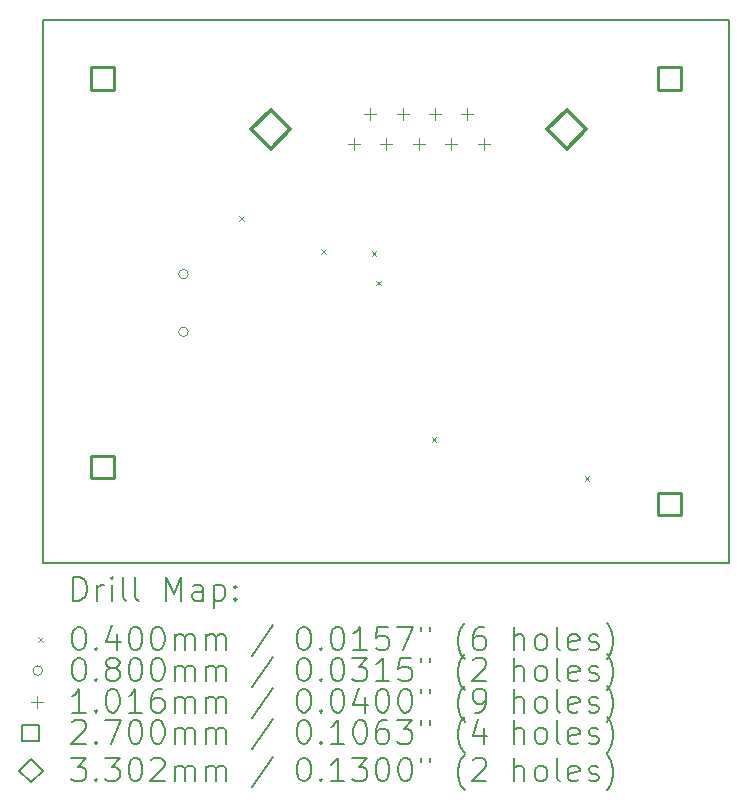
<source format=gbr>
%TF.GenerationSoftware,KiCad,Pcbnew,8.0.6*%
%TF.CreationDate,2025-01-13T19:20:47-05:00*%
%TF.ProjectId,yy_CAN_board,79795f43-414e-45f6-926f-6172642e6b69,1.0*%
%TF.SameCoordinates,Original*%
%TF.FileFunction,Drillmap*%
%TF.FilePolarity,Positive*%
%FSLAX45Y45*%
G04 Gerber Fmt 4.5, Leading zero omitted, Abs format (unit mm)*
G04 Created by KiCad (PCBNEW 8.0.6) date 2025-01-13 19:20:47*
%MOMM*%
%LPD*%
G01*
G04 APERTURE LIST*
%ADD10C,0.150000*%
%ADD11C,0.200000*%
%ADD12C,0.100000*%
%ADD13C,0.101600*%
%ADD14C,0.270000*%
%ADD15C,0.330200*%
G04 APERTURE END LIST*
D10*
X11200000Y-13300000D02*
X17000000Y-13300000D01*
X11200000Y-13300000D02*
X11200000Y-8700000D01*
X17000000Y-13300000D02*
X17000000Y-8700000D01*
X11200000Y-8700000D02*
X17000000Y-8700000D01*
D11*
D12*
X12858080Y-10366350D02*
X12898080Y-10406350D01*
X12898080Y-10366350D02*
X12858080Y-10406350D01*
X13552960Y-10641540D02*
X13592960Y-10681540D01*
X13592960Y-10641540D02*
X13552960Y-10681540D01*
X13977960Y-10659540D02*
X14017960Y-10699540D01*
X14017960Y-10659540D02*
X13977960Y-10699540D01*
X14013940Y-10911270D02*
X14053940Y-10951270D01*
X14053940Y-10911270D02*
X14013940Y-10951270D01*
X14486960Y-12232540D02*
X14526960Y-12272540D01*
X14526960Y-12232540D02*
X14486960Y-12272540D01*
X15780960Y-12565540D02*
X15820960Y-12605540D01*
X15820960Y-12565540D02*
X15780960Y-12605540D01*
X12424860Y-10855940D02*
G75*
G02*
X12344860Y-10855940I-40000J0D01*
G01*
X12344860Y-10855940D02*
G75*
G02*
X12424860Y-10855940I40000J0D01*
G01*
X12424860Y-11343940D02*
G75*
G02*
X12344860Y-11343940I-40000J0D01*
G01*
X12344860Y-11343940D02*
G75*
G02*
X12424860Y-11343940I40000J0D01*
G01*
D13*
X13829320Y-9706200D02*
X13829320Y-9807800D01*
X13778520Y-9757000D02*
X13880120Y-9757000D01*
X13966480Y-9452200D02*
X13966480Y-9553800D01*
X13915680Y-9503000D02*
X14017280Y-9503000D01*
X14103640Y-9706200D02*
X14103640Y-9807800D01*
X14052840Y-9757000D02*
X14154440Y-9757000D01*
X14240800Y-9452200D02*
X14240800Y-9553800D01*
X14190000Y-9503000D02*
X14291600Y-9503000D01*
X14377960Y-9706200D02*
X14377960Y-9807800D01*
X14327160Y-9757000D02*
X14428760Y-9757000D01*
X14515120Y-9452200D02*
X14515120Y-9553800D01*
X14464320Y-9503000D02*
X14565920Y-9503000D01*
X14652280Y-9706200D02*
X14652280Y-9807800D01*
X14601480Y-9757000D02*
X14703080Y-9757000D01*
X14789440Y-9452200D02*
X14789440Y-9553800D01*
X14738640Y-9503000D02*
X14840240Y-9503000D01*
X14926600Y-9706200D02*
X14926600Y-9807800D01*
X14875800Y-9757000D02*
X14977400Y-9757000D01*
D14*
X11795460Y-9295460D02*
X11795460Y-9104540D01*
X11604540Y-9104540D01*
X11604540Y-9295460D01*
X11795460Y-9295460D01*
X11795460Y-12583140D02*
X11795460Y-12392220D01*
X11604540Y-12392220D01*
X11604540Y-12583140D01*
X11795460Y-12583140D01*
X16595460Y-9295460D02*
X16595460Y-9104540D01*
X16404540Y-9104540D01*
X16404540Y-9295460D01*
X16595460Y-9295460D01*
X16595460Y-12895460D02*
X16595460Y-12704540D01*
X16404540Y-12704540D01*
X16404540Y-12895460D01*
X16595460Y-12895460D01*
D15*
X13125740Y-9795100D02*
X13290840Y-9630000D01*
X13125740Y-9464900D01*
X12960640Y-9630000D01*
X13125740Y-9795100D01*
X15630180Y-9795100D02*
X15795280Y-9630000D01*
X15630180Y-9464900D01*
X15465080Y-9630000D01*
X15630180Y-9795100D01*
D11*
X11453277Y-13618984D02*
X11453277Y-13418984D01*
X11453277Y-13418984D02*
X11500896Y-13418984D01*
X11500896Y-13418984D02*
X11529467Y-13428508D01*
X11529467Y-13428508D02*
X11548515Y-13447555D01*
X11548515Y-13447555D02*
X11558039Y-13466603D01*
X11558039Y-13466603D02*
X11567562Y-13504698D01*
X11567562Y-13504698D02*
X11567562Y-13533269D01*
X11567562Y-13533269D02*
X11558039Y-13571365D01*
X11558039Y-13571365D02*
X11548515Y-13590412D01*
X11548515Y-13590412D02*
X11529467Y-13609460D01*
X11529467Y-13609460D02*
X11500896Y-13618984D01*
X11500896Y-13618984D02*
X11453277Y-13618984D01*
X11653277Y-13618984D02*
X11653277Y-13485650D01*
X11653277Y-13523746D02*
X11662801Y-13504698D01*
X11662801Y-13504698D02*
X11672324Y-13495174D01*
X11672324Y-13495174D02*
X11691372Y-13485650D01*
X11691372Y-13485650D02*
X11710420Y-13485650D01*
X11777086Y-13618984D02*
X11777086Y-13485650D01*
X11777086Y-13418984D02*
X11767562Y-13428508D01*
X11767562Y-13428508D02*
X11777086Y-13438031D01*
X11777086Y-13438031D02*
X11786610Y-13428508D01*
X11786610Y-13428508D02*
X11777086Y-13418984D01*
X11777086Y-13418984D02*
X11777086Y-13438031D01*
X11900896Y-13618984D02*
X11881848Y-13609460D01*
X11881848Y-13609460D02*
X11872324Y-13590412D01*
X11872324Y-13590412D02*
X11872324Y-13418984D01*
X12005658Y-13618984D02*
X11986610Y-13609460D01*
X11986610Y-13609460D02*
X11977086Y-13590412D01*
X11977086Y-13590412D02*
X11977086Y-13418984D01*
X12234229Y-13618984D02*
X12234229Y-13418984D01*
X12234229Y-13418984D02*
X12300896Y-13561841D01*
X12300896Y-13561841D02*
X12367562Y-13418984D01*
X12367562Y-13418984D02*
X12367562Y-13618984D01*
X12548515Y-13618984D02*
X12548515Y-13514222D01*
X12548515Y-13514222D02*
X12538991Y-13495174D01*
X12538991Y-13495174D02*
X12519943Y-13485650D01*
X12519943Y-13485650D02*
X12481848Y-13485650D01*
X12481848Y-13485650D02*
X12462801Y-13495174D01*
X12548515Y-13609460D02*
X12529467Y-13618984D01*
X12529467Y-13618984D02*
X12481848Y-13618984D01*
X12481848Y-13618984D02*
X12462801Y-13609460D01*
X12462801Y-13609460D02*
X12453277Y-13590412D01*
X12453277Y-13590412D02*
X12453277Y-13571365D01*
X12453277Y-13571365D02*
X12462801Y-13552317D01*
X12462801Y-13552317D02*
X12481848Y-13542793D01*
X12481848Y-13542793D02*
X12529467Y-13542793D01*
X12529467Y-13542793D02*
X12548515Y-13533269D01*
X12643753Y-13485650D02*
X12643753Y-13685650D01*
X12643753Y-13495174D02*
X12662801Y-13485650D01*
X12662801Y-13485650D02*
X12700896Y-13485650D01*
X12700896Y-13485650D02*
X12719943Y-13495174D01*
X12719943Y-13495174D02*
X12729467Y-13504698D01*
X12729467Y-13504698D02*
X12738991Y-13523746D01*
X12738991Y-13523746D02*
X12738991Y-13580888D01*
X12738991Y-13580888D02*
X12729467Y-13599936D01*
X12729467Y-13599936D02*
X12719943Y-13609460D01*
X12719943Y-13609460D02*
X12700896Y-13618984D01*
X12700896Y-13618984D02*
X12662801Y-13618984D01*
X12662801Y-13618984D02*
X12643753Y-13609460D01*
X12824705Y-13599936D02*
X12834229Y-13609460D01*
X12834229Y-13609460D02*
X12824705Y-13618984D01*
X12824705Y-13618984D02*
X12815182Y-13609460D01*
X12815182Y-13609460D02*
X12824705Y-13599936D01*
X12824705Y-13599936D02*
X12824705Y-13618984D01*
X12824705Y-13495174D02*
X12834229Y-13504698D01*
X12834229Y-13504698D02*
X12824705Y-13514222D01*
X12824705Y-13514222D02*
X12815182Y-13504698D01*
X12815182Y-13504698D02*
X12824705Y-13495174D01*
X12824705Y-13495174D02*
X12824705Y-13514222D01*
D12*
X11152500Y-13927500D02*
X11192500Y-13967500D01*
X11192500Y-13927500D02*
X11152500Y-13967500D01*
D11*
X11491372Y-13838984D02*
X11510420Y-13838984D01*
X11510420Y-13838984D02*
X11529467Y-13848508D01*
X11529467Y-13848508D02*
X11538991Y-13858031D01*
X11538991Y-13858031D02*
X11548515Y-13877079D01*
X11548515Y-13877079D02*
X11558039Y-13915174D01*
X11558039Y-13915174D02*
X11558039Y-13962793D01*
X11558039Y-13962793D02*
X11548515Y-14000888D01*
X11548515Y-14000888D02*
X11538991Y-14019936D01*
X11538991Y-14019936D02*
X11529467Y-14029460D01*
X11529467Y-14029460D02*
X11510420Y-14038984D01*
X11510420Y-14038984D02*
X11491372Y-14038984D01*
X11491372Y-14038984D02*
X11472324Y-14029460D01*
X11472324Y-14029460D02*
X11462801Y-14019936D01*
X11462801Y-14019936D02*
X11453277Y-14000888D01*
X11453277Y-14000888D02*
X11443753Y-13962793D01*
X11443753Y-13962793D02*
X11443753Y-13915174D01*
X11443753Y-13915174D02*
X11453277Y-13877079D01*
X11453277Y-13877079D02*
X11462801Y-13858031D01*
X11462801Y-13858031D02*
X11472324Y-13848508D01*
X11472324Y-13848508D02*
X11491372Y-13838984D01*
X11643753Y-14019936D02*
X11653277Y-14029460D01*
X11653277Y-14029460D02*
X11643753Y-14038984D01*
X11643753Y-14038984D02*
X11634229Y-14029460D01*
X11634229Y-14029460D02*
X11643753Y-14019936D01*
X11643753Y-14019936D02*
X11643753Y-14038984D01*
X11824705Y-13905650D02*
X11824705Y-14038984D01*
X11777086Y-13829460D02*
X11729467Y-13972317D01*
X11729467Y-13972317D02*
X11853277Y-13972317D01*
X11967562Y-13838984D02*
X11986610Y-13838984D01*
X11986610Y-13838984D02*
X12005658Y-13848508D01*
X12005658Y-13848508D02*
X12015182Y-13858031D01*
X12015182Y-13858031D02*
X12024705Y-13877079D01*
X12024705Y-13877079D02*
X12034229Y-13915174D01*
X12034229Y-13915174D02*
X12034229Y-13962793D01*
X12034229Y-13962793D02*
X12024705Y-14000888D01*
X12024705Y-14000888D02*
X12015182Y-14019936D01*
X12015182Y-14019936D02*
X12005658Y-14029460D01*
X12005658Y-14029460D02*
X11986610Y-14038984D01*
X11986610Y-14038984D02*
X11967562Y-14038984D01*
X11967562Y-14038984D02*
X11948515Y-14029460D01*
X11948515Y-14029460D02*
X11938991Y-14019936D01*
X11938991Y-14019936D02*
X11929467Y-14000888D01*
X11929467Y-14000888D02*
X11919943Y-13962793D01*
X11919943Y-13962793D02*
X11919943Y-13915174D01*
X11919943Y-13915174D02*
X11929467Y-13877079D01*
X11929467Y-13877079D02*
X11938991Y-13858031D01*
X11938991Y-13858031D02*
X11948515Y-13848508D01*
X11948515Y-13848508D02*
X11967562Y-13838984D01*
X12158039Y-13838984D02*
X12177086Y-13838984D01*
X12177086Y-13838984D02*
X12196134Y-13848508D01*
X12196134Y-13848508D02*
X12205658Y-13858031D01*
X12205658Y-13858031D02*
X12215182Y-13877079D01*
X12215182Y-13877079D02*
X12224705Y-13915174D01*
X12224705Y-13915174D02*
X12224705Y-13962793D01*
X12224705Y-13962793D02*
X12215182Y-14000888D01*
X12215182Y-14000888D02*
X12205658Y-14019936D01*
X12205658Y-14019936D02*
X12196134Y-14029460D01*
X12196134Y-14029460D02*
X12177086Y-14038984D01*
X12177086Y-14038984D02*
X12158039Y-14038984D01*
X12158039Y-14038984D02*
X12138991Y-14029460D01*
X12138991Y-14029460D02*
X12129467Y-14019936D01*
X12129467Y-14019936D02*
X12119943Y-14000888D01*
X12119943Y-14000888D02*
X12110420Y-13962793D01*
X12110420Y-13962793D02*
X12110420Y-13915174D01*
X12110420Y-13915174D02*
X12119943Y-13877079D01*
X12119943Y-13877079D02*
X12129467Y-13858031D01*
X12129467Y-13858031D02*
X12138991Y-13848508D01*
X12138991Y-13848508D02*
X12158039Y-13838984D01*
X12310420Y-14038984D02*
X12310420Y-13905650D01*
X12310420Y-13924698D02*
X12319943Y-13915174D01*
X12319943Y-13915174D02*
X12338991Y-13905650D01*
X12338991Y-13905650D02*
X12367563Y-13905650D01*
X12367563Y-13905650D02*
X12386610Y-13915174D01*
X12386610Y-13915174D02*
X12396134Y-13934222D01*
X12396134Y-13934222D02*
X12396134Y-14038984D01*
X12396134Y-13934222D02*
X12405658Y-13915174D01*
X12405658Y-13915174D02*
X12424705Y-13905650D01*
X12424705Y-13905650D02*
X12453277Y-13905650D01*
X12453277Y-13905650D02*
X12472324Y-13915174D01*
X12472324Y-13915174D02*
X12481848Y-13934222D01*
X12481848Y-13934222D02*
X12481848Y-14038984D01*
X12577086Y-14038984D02*
X12577086Y-13905650D01*
X12577086Y-13924698D02*
X12586610Y-13915174D01*
X12586610Y-13915174D02*
X12605658Y-13905650D01*
X12605658Y-13905650D02*
X12634229Y-13905650D01*
X12634229Y-13905650D02*
X12653277Y-13915174D01*
X12653277Y-13915174D02*
X12662801Y-13934222D01*
X12662801Y-13934222D02*
X12662801Y-14038984D01*
X12662801Y-13934222D02*
X12672324Y-13915174D01*
X12672324Y-13915174D02*
X12691372Y-13905650D01*
X12691372Y-13905650D02*
X12719943Y-13905650D01*
X12719943Y-13905650D02*
X12738991Y-13915174D01*
X12738991Y-13915174D02*
X12748515Y-13934222D01*
X12748515Y-13934222D02*
X12748515Y-14038984D01*
X13138991Y-13829460D02*
X12967563Y-14086603D01*
X13396134Y-13838984D02*
X13415182Y-13838984D01*
X13415182Y-13838984D02*
X13434229Y-13848508D01*
X13434229Y-13848508D02*
X13443753Y-13858031D01*
X13443753Y-13858031D02*
X13453277Y-13877079D01*
X13453277Y-13877079D02*
X13462801Y-13915174D01*
X13462801Y-13915174D02*
X13462801Y-13962793D01*
X13462801Y-13962793D02*
X13453277Y-14000888D01*
X13453277Y-14000888D02*
X13443753Y-14019936D01*
X13443753Y-14019936D02*
X13434229Y-14029460D01*
X13434229Y-14029460D02*
X13415182Y-14038984D01*
X13415182Y-14038984D02*
X13396134Y-14038984D01*
X13396134Y-14038984D02*
X13377086Y-14029460D01*
X13377086Y-14029460D02*
X13367563Y-14019936D01*
X13367563Y-14019936D02*
X13358039Y-14000888D01*
X13358039Y-14000888D02*
X13348515Y-13962793D01*
X13348515Y-13962793D02*
X13348515Y-13915174D01*
X13348515Y-13915174D02*
X13358039Y-13877079D01*
X13358039Y-13877079D02*
X13367563Y-13858031D01*
X13367563Y-13858031D02*
X13377086Y-13848508D01*
X13377086Y-13848508D02*
X13396134Y-13838984D01*
X13548515Y-14019936D02*
X13558039Y-14029460D01*
X13558039Y-14029460D02*
X13548515Y-14038984D01*
X13548515Y-14038984D02*
X13538991Y-14029460D01*
X13538991Y-14029460D02*
X13548515Y-14019936D01*
X13548515Y-14019936D02*
X13548515Y-14038984D01*
X13681848Y-13838984D02*
X13700896Y-13838984D01*
X13700896Y-13838984D02*
X13719944Y-13848508D01*
X13719944Y-13848508D02*
X13729467Y-13858031D01*
X13729467Y-13858031D02*
X13738991Y-13877079D01*
X13738991Y-13877079D02*
X13748515Y-13915174D01*
X13748515Y-13915174D02*
X13748515Y-13962793D01*
X13748515Y-13962793D02*
X13738991Y-14000888D01*
X13738991Y-14000888D02*
X13729467Y-14019936D01*
X13729467Y-14019936D02*
X13719944Y-14029460D01*
X13719944Y-14029460D02*
X13700896Y-14038984D01*
X13700896Y-14038984D02*
X13681848Y-14038984D01*
X13681848Y-14038984D02*
X13662801Y-14029460D01*
X13662801Y-14029460D02*
X13653277Y-14019936D01*
X13653277Y-14019936D02*
X13643753Y-14000888D01*
X13643753Y-14000888D02*
X13634229Y-13962793D01*
X13634229Y-13962793D02*
X13634229Y-13915174D01*
X13634229Y-13915174D02*
X13643753Y-13877079D01*
X13643753Y-13877079D02*
X13653277Y-13858031D01*
X13653277Y-13858031D02*
X13662801Y-13848508D01*
X13662801Y-13848508D02*
X13681848Y-13838984D01*
X13938991Y-14038984D02*
X13824706Y-14038984D01*
X13881848Y-14038984D02*
X13881848Y-13838984D01*
X13881848Y-13838984D02*
X13862801Y-13867555D01*
X13862801Y-13867555D02*
X13843753Y-13886603D01*
X13843753Y-13886603D02*
X13824706Y-13896127D01*
X14119944Y-13838984D02*
X14024706Y-13838984D01*
X14024706Y-13838984D02*
X14015182Y-13934222D01*
X14015182Y-13934222D02*
X14024706Y-13924698D01*
X14024706Y-13924698D02*
X14043753Y-13915174D01*
X14043753Y-13915174D02*
X14091372Y-13915174D01*
X14091372Y-13915174D02*
X14110420Y-13924698D01*
X14110420Y-13924698D02*
X14119944Y-13934222D01*
X14119944Y-13934222D02*
X14129467Y-13953269D01*
X14129467Y-13953269D02*
X14129467Y-14000888D01*
X14129467Y-14000888D02*
X14119944Y-14019936D01*
X14119944Y-14019936D02*
X14110420Y-14029460D01*
X14110420Y-14029460D02*
X14091372Y-14038984D01*
X14091372Y-14038984D02*
X14043753Y-14038984D01*
X14043753Y-14038984D02*
X14024706Y-14029460D01*
X14024706Y-14029460D02*
X14015182Y-14019936D01*
X14196134Y-13838984D02*
X14329467Y-13838984D01*
X14329467Y-13838984D02*
X14243753Y-14038984D01*
X14396134Y-13838984D02*
X14396134Y-13877079D01*
X14472325Y-13838984D02*
X14472325Y-13877079D01*
X14767563Y-14115174D02*
X14758039Y-14105650D01*
X14758039Y-14105650D02*
X14738991Y-14077079D01*
X14738991Y-14077079D02*
X14729468Y-14058031D01*
X14729468Y-14058031D02*
X14719944Y-14029460D01*
X14719944Y-14029460D02*
X14710420Y-13981841D01*
X14710420Y-13981841D02*
X14710420Y-13943746D01*
X14710420Y-13943746D02*
X14719944Y-13896127D01*
X14719944Y-13896127D02*
X14729468Y-13867555D01*
X14729468Y-13867555D02*
X14738991Y-13848508D01*
X14738991Y-13848508D02*
X14758039Y-13819936D01*
X14758039Y-13819936D02*
X14767563Y-13810412D01*
X14929468Y-13838984D02*
X14891372Y-13838984D01*
X14891372Y-13838984D02*
X14872325Y-13848508D01*
X14872325Y-13848508D02*
X14862801Y-13858031D01*
X14862801Y-13858031D02*
X14843753Y-13886603D01*
X14843753Y-13886603D02*
X14834229Y-13924698D01*
X14834229Y-13924698D02*
X14834229Y-14000888D01*
X14834229Y-14000888D02*
X14843753Y-14019936D01*
X14843753Y-14019936D02*
X14853277Y-14029460D01*
X14853277Y-14029460D02*
X14872325Y-14038984D01*
X14872325Y-14038984D02*
X14910420Y-14038984D01*
X14910420Y-14038984D02*
X14929468Y-14029460D01*
X14929468Y-14029460D02*
X14938991Y-14019936D01*
X14938991Y-14019936D02*
X14948515Y-14000888D01*
X14948515Y-14000888D02*
X14948515Y-13953269D01*
X14948515Y-13953269D02*
X14938991Y-13934222D01*
X14938991Y-13934222D02*
X14929468Y-13924698D01*
X14929468Y-13924698D02*
X14910420Y-13915174D01*
X14910420Y-13915174D02*
X14872325Y-13915174D01*
X14872325Y-13915174D02*
X14853277Y-13924698D01*
X14853277Y-13924698D02*
X14843753Y-13934222D01*
X14843753Y-13934222D02*
X14834229Y-13953269D01*
X15186610Y-14038984D02*
X15186610Y-13838984D01*
X15272325Y-14038984D02*
X15272325Y-13934222D01*
X15272325Y-13934222D02*
X15262801Y-13915174D01*
X15262801Y-13915174D02*
X15243753Y-13905650D01*
X15243753Y-13905650D02*
X15215182Y-13905650D01*
X15215182Y-13905650D02*
X15196134Y-13915174D01*
X15196134Y-13915174D02*
X15186610Y-13924698D01*
X15396134Y-14038984D02*
X15377087Y-14029460D01*
X15377087Y-14029460D02*
X15367563Y-14019936D01*
X15367563Y-14019936D02*
X15358039Y-14000888D01*
X15358039Y-14000888D02*
X15358039Y-13943746D01*
X15358039Y-13943746D02*
X15367563Y-13924698D01*
X15367563Y-13924698D02*
X15377087Y-13915174D01*
X15377087Y-13915174D02*
X15396134Y-13905650D01*
X15396134Y-13905650D02*
X15424706Y-13905650D01*
X15424706Y-13905650D02*
X15443753Y-13915174D01*
X15443753Y-13915174D02*
X15453277Y-13924698D01*
X15453277Y-13924698D02*
X15462801Y-13943746D01*
X15462801Y-13943746D02*
X15462801Y-14000888D01*
X15462801Y-14000888D02*
X15453277Y-14019936D01*
X15453277Y-14019936D02*
X15443753Y-14029460D01*
X15443753Y-14029460D02*
X15424706Y-14038984D01*
X15424706Y-14038984D02*
X15396134Y-14038984D01*
X15577087Y-14038984D02*
X15558039Y-14029460D01*
X15558039Y-14029460D02*
X15548515Y-14010412D01*
X15548515Y-14010412D02*
X15548515Y-13838984D01*
X15729468Y-14029460D02*
X15710420Y-14038984D01*
X15710420Y-14038984D02*
X15672325Y-14038984D01*
X15672325Y-14038984D02*
X15653277Y-14029460D01*
X15653277Y-14029460D02*
X15643753Y-14010412D01*
X15643753Y-14010412D02*
X15643753Y-13934222D01*
X15643753Y-13934222D02*
X15653277Y-13915174D01*
X15653277Y-13915174D02*
X15672325Y-13905650D01*
X15672325Y-13905650D02*
X15710420Y-13905650D01*
X15710420Y-13905650D02*
X15729468Y-13915174D01*
X15729468Y-13915174D02*
X15738991Y-13934222D01*
X15738991Y-13934222D02*
X15738991Y-13953269D01*
X15738991Y-13953269D02*
X15643753Y-13972317D01*
X15815182Y-14029460D02*
X15834230Y-14038984D01*
X15834230Y-14038984D02*
X15872325Y-14038984D01*
X15872325Y-14038984D02*
X15891372Y-14029460D01*
X15891372Y-14029460D02*
X15900896Y-14010412D01*
X15900896Y-14010412D02*
X15900896Y-14000888D01*
X15900896Y-14000888D02*
X15891372Y-13981841D01*
X15891372Y-13981841D02*
X15872325Y-13972317D01*
X15872325Y-13972317D02*
X15843753Y-13972317D01*
X15843753Y-13972317D02*
X15824706Y-13962793D01*
X15824706Y-13962793D02*
X15815182Y-13943746D01*
X15815182Y-13943746D02*
X15815182Y-13934222D01*
X15815182Y-13934222D02*
X15824706Y-13915174D01*
X15824706Y-13915174D02*
X15843753Y-13905650D01*
X15843753Y-13905650D02*
X15872325Y-13905650D01*
X15872325Y-13905650D02*
X15891372Y-13915174D01*
X15967563Y-14115174D02*
X15977087Y-14105650D01*
X15977087Y-14105650D02*
X15996134Y-14077079D01*
X15996134Y-14077079D02*
X16005658Y-14058031D01*
X16005658Y-14058031D02*
X16015182Y-14029460D01*
X16015182Y-14029460D02*
X16024706Y-13981841D01*
X16024706Y-13981841D02*
X16024706Y-13943746D01*
X16024706Y-13943746D02*
X16015182Y-13896127D01*
X16015182Y-13896127D02*
X16005658Y-13867555D01*
X16005658Y-13867555D02*
X15996134Y-13848508D01*
X15996134Y-13848508D02*
X15977087Y-13819936D01*
X15977087Y-13819936D02*
X15967563Y-13810412D01*
D12*
X11192500Y-14211500D02*
G75*
G02*
X11112500Y-14211500I-40000J0D01*
G01*
X11112500Y-14211500D02*
G75*
G02*
X11192500Y-14211500I40000J0D01*
G01*
D11*
X11491372Y-14102984D02*
X11510420Y-14102984D01*
X11510420Y-14102984D02*
X11529467Y-14112508D01*
X11529467Y-14112508D02*
X11538991Y-14122031D01*
X11538991Y-14122031D02*
X11548515Y-14141079D01*
X11548515Y-14141079D02*
X11558039Y-14179174D01*
X11558039Y-14179174D02*
X11558039Y-14226793D01*
X11558039Y-14226793D02*
X11548515Y-14264888D01*
X11548515Y-14264888D02*
X11538991Y-14283936D01*
X11538991Y-14283936D02*
X11529467Y-14293460D01*
X11529467Y-14293460D02*
X11510420Y-14302984D01*
X11510420Y-14302984D02*
X11491372Y-14302984D01*
X11491372Y-14302984D02*
X11472324Y-14293460D01*
X11472324Y-14293460D02*
X11462801Y-14283936D01*
X11462801Y-14283936D02*
X11453277Y-14264888D01*
X11453277Y-14264888D02*
X11443753Y-14226793D01*
X11443753Y-14226793D02*
X11443753Y-14179174D01*
X11443753Y-14179174D02*
X11453277Y-14141079D01*
X11453277Y-14141079D02*
X11462801Y-14122031D01*
X11462801Y-14122031D02*
X11472324Y-14112508D01*
X11472324Y-14112508D02*
X11491372Y-14102984D01*
X11643753Y-14283936D02*
X11653277Y-14293460D01*
X11653277Y-14293460D02*
X11643753Y-14302984D01*
X11643753Y-14302984D02*
X11634229Y-14293460D01*
X11634229Y-14293460D02*
X11643753Y-14283936D01*
X11643753Y-14283936D02*
X11643753Y-14302984D01*
X11767562Y-14188698D02*
X11748515Y-14179174D01*
X11748515Y-14179174D02*
X11738991Y-14169650D01*
X11738991Y-14169650D02*
X11729467Y-14150603D01*
X11729467Y-14150603D02*
X11729467Y-14141079D01*
X11729467Y-14141079D02*
X11738991Y-14122031D01*
X11738991Y-14122031D02*
X11748515Y-14112508D01*
X11748515Y-14112508D02*
X11767562Y-14102984D01*
X11767562Y-14102984D02*
X11805658Y-14102984D01*
X11805658Y-14102984D02*
X11824705Y-14112508D01*
X11824705Y-14112508D02*
X11834229Y-14122031D01*
X11834229Y-14122031D02*
X11843753Y-14141079D01*
X11843753Y-14141079D02*
X11843753Y-14150603D01*
X11843753Y-14150603D02*
X11834229Y-14169650D01*
X11834229Y-14169650D02*
X11824705Y-14179174D01*
X11824705Y-14179174D02*
X11805658Y-14188698D01*
X11805658Y-14188698D02*
X11767562Y-14188698D01*
X11767562Y-14188698D02*
X11748515Y-14198222D01*
X11748515Y-14198222D02*
X11738991Y-14207746D01*
X11738991Y-14207746D02*
X11729467Y-14226793D01*
X11729467Y-14226793D02*
X11729467Y-14264888D01*
X11729467Y-14264888D02*
X11738991Y-14283936D01*
X11738991Y-14283936D02*
X11748515Y-14293460D01*
X11748515Y-14293460D02*
X11767562Y-14302984D01*
X11767562Y-14302984D02*
X11805658Y-14302984D01*
X11805658Y-14302984D02*
X11824705Y-14293460D01*
X11824705Y-14293460D02*
X11834229Y-14283936D01*
X11834229Y-14283936D02*
X11843753Y-14264888D01*
X11843753Y-14264888D02*
X11843753Y-14226793D01*
X11843753Y-14226793D02*
X11834229Y-14207746D01*
X11834229Y-14207746D02*
X11824705Y-14198222D01*
X11824705Y-14198222D02*
X11805658Y-14188698D01*
X11967562Y-14102984D02*
X11986610Y-14102984D01*
X11986610Y-14102984D02*
X12005658Y-14112508D01*
X12005658Y-14112508D02*
X12015182Y-14122031D01*
X12015182Y-14122031D02*
X12024705Y-14141079D01*
X12024705Y-14141079D02*
X12034229Y-14179174D01*
X12034229Y-14179174D02*
X12034229Y-14226793D01*
X12034229Y-14226793D02*
X12024705Y-14264888D01*
X12024705Y-14264888D02*
X12015182Y-14283936D01*
X12015182Y-14283936D02*
X12005658Y-14293460D01*
X12005658Y-14293460D02*
X11986610Y-14302984D01*
X11986610Y-14302984D02*
X11967562Y-14302984D01*
X11967562Y-14302984D02*
X11948515Y-14293460D01*
X11948515Y-14293460D02*
X11938991Y-14283936D01*
X11938991Y-14283936D02*
X11929467Y-14264888D01*
X11929467Y-14264888D02*
X11919943Y-14226793D01*
X11919943Y-14226793D02*
X11919943Y-14179174D01*
X11919943Y-14179174D02*
X11929467Y-14141079D01*
X11929467Y-14141079D02*
X11938991Y-14122031D01*
X11938991Y-14122031D02*
X11948515Y-14112508D01*
X11948515Y-14112508D02*
X11967562Y-14102984D01*
X12158039Y-14102984D02*
X12177086Y-14102984D01*
X12177086Y-14102984D02*
X12196134Y-14112508D01*
X12196134Y-14112508D02*
X12205658Y-14122031D01*
X12205658Y-14122031D02*
X12215182Y-14141079D01*
X12215182Y-14141079D02*
X12224705Y-14179174D01*
X12224705Y-14179174D02*
X12224705Y-14226793D01*
X12224705Y-14226793D02*
X12215182Y-14264888D01*
X12215182Y-14264888D02*
X12205658Y-14283936D01*
X12205658Y-14283936D02*
X12196134Y-14293460D01*
X12196134Y-14293460D02*
X12177086Y-14302984D01*
X12177086Y-14302984D02*
X12158039Y-14302984D01*
X12158039Y-14302984D02*
X12138991Y-14293460D01*
X12138991Y-14293460D02*
X12129467Y-14283936D01*
X12129467Y-14283936D02*
X12119943Y-14264888D01*
X12119943Y-14264888D02*
X12110420Y-14226793D01*
X12110420Y-14226793D02*
X12110420Y-14179174D01*
X12110420Y-14179174D02*
X12119943Y-14141079D01*
X12119943Y-14141079D02*
X12129467Y-14122031D01*
X12129467Y-14122031D02*
X12138991Y-14112508D01*
X12138991Y-14112508D02*
X12158039Y-14102984D01*
X12310420Y-14302984D02*
X12310420Y-14169650D01*
X12310420Y-14188698D02*
X12319943Y-14179174D01*
X12319943Y-14179174D02*
X12338991Y-14169650D01*
X12338991Y-14169650D02*
X12367563Y-14169650D01*
X12367563Y-14169650D02*
X12386610Y-14179174D01*
X12386610Y-14179174D02*
X12396134Y-14198222D01*
X12396134Y-14198222D02*
X12396134Y-14302984D01*
X12396134Y-14198222D02*
X12405658Y-14179174D01*
X12405658Y-14179174D02*
X12424705Y-14169650D01*
X12424705Y-14169650D02*
X12453277Y-14169650D01*
X12453277Y-14169650D02*
X12472324Y-14179174D01*
X12472324Y-14179174D02*
X12481848Y-14198222D01*
X12481848Y-14198222D02*
X12481848Y-14302984D01*
X12577086Y-14302984D02*
X12577086Y-14169650D01*
X12577086Y-14188698D02*
X12586610Y-14179174D01*
X12586610Y-14179174D02*
X12605658Y-14169650D01*
X12605658Y-14169650D02*
X12634229Y-14169650D01*
X12634229Y-14169650D02*
X12653277Y-14179174D01*
X12653277Y-14179174D02*
X12662801Y-14198222D01*
X12662801Y-14198222D02*
X12662801Y-14302984D01*
X12662801Y-14198222D02*
X12672324Y-14179174D01*
X12672324Y-14179174D02*
X12691372Y-14169650D01*
X12691372Y-14169650D02*
X12719943Y-14169650D01*
X12719943Y-14169650D02*
X12738991Y-14179174D01*
X12738991Y-14179174D02*
X12748515Y-14198222D01*
X12748515Y-14198222D02*
X12748515Y-14302984D01*
X13138991Y-14093460D02*
X12967563Y-14350603D01*
X13396134Y-14102984D02*
X13415182Y-14102984D01*
X13415182Y-14102984D02*
X13434229Y-14112508D01*
X13434229Y-14112508D02*
X13443753Y-14122031D01*
X13443753Y-14122031D02*
X13453277Y-14141079D01*
X13453277Y-14141079D02*
X13462801Y-14179174D01*
X13462801Y-14179174D02*
X13462801Y-14226793D01*
X13462801Y-14226793D02*
X13453277Y-14264888D01*
X13453277Y-14264888D02*
X13443753Y-14283936D01*
X13443753Y-14283936D02*
X13434229Y-14293460D01*
X13434229Y-14293460D02*
X13415182Y-14302984D01*
X13415182Y-14302984D02*
X13396134Y-14302984D01*
X13396134Y-14302984D02*
X13377086Y-14293460D01*
X13377086Y-14293460D02*
X13367563Y-14283936D01*
X13367563Y-14283936D02*
X13358039Y-14264888D01*
X13358039Y-14264888D02*
X13348515Y-14226793D01*
X13348515Y-14226793D02*
X13348515Y-14179174D01*
X13348515Y-14179174D02*
X13358039Y-14141079D01*
X13358039Y-14141079D02*
X13367563Y-14122031D01*
X13367563Y-14122031D02*
X13377086Y-14112508D01*
X13377086Y-14112508D02*
X13396134Y-14102984D01*
X13548515Y-14283936D02*
X13558039Y-14293460D01*
X13558039Y-14293460D02*
X13548515Y-14302984D01*
X13548515Y-14302984D02*
X13538991Y-14293460D01*
X13538991Y-14293460D02*
X13548515Y-14283936D01*
X13548515Y-14283936D02*
X13548515Y-14302984D01*
X13681848Y-14102984D02*
X13700896Y-14102984D01*
X13700896Y-14102984D02*
X13719944Y-14112508D01*
X13719944Y-14112508D02*
X13729467Y-14122031D01*
X13729467Y-14122031D02*
X13738991Y-14141079D01*
X13738991Y-14141079D02*
X13748515Y-14179174D01*
X13748515Y-14179174D02*
X13748515Y-14226793D01*
X13748515Y-14226793D02*
X13738991Y-14264888D01*
X13738991Y-14264888D02*
X13729467Y-14283936D01*
X13729467Y-14283936D02*
X13719944Y-14293460D01*
X13719944Y-14293460D02*
X13700896Y-14302984D01*
X13700896Y-14302984D02*
X13681848Y-14302984D01*
X13681848Y-14302984D02*
X13662801Y-14293460D01*
X13662801Y-14293460D02*
X13653277Y-14283936D01*
X13653277Y-14283936D02*
X13643753Y-14264888D01*
X13643753Y-14264888D02*
X13634229Y-14226793D01*
X13634229Y-14226793D02*
X13634229Y-14179174D01*
X13634229Y-14179174D02*
X13643753Y-14141079D01*
X13643753Y-14141079D02*
X13653277Y-14122031D01*
X13653277Y-14122031D02*
X13662801Y-14112508D01*
X13662801Y-14112508D02*
X13681848Y-14102984D01*
X13815182Y-14102984D02*
X13938991Y-14102984D01*
X13938991Y-14102984D02*
X13872325Y-14179174D01*
X13872325Y-14179174D02*
X13900896Y-14179174D01*
X13900896Y-14179174D02*
X13919944Y-14188698D01*
X13919944Y-14188698D02*
X13929467Y-14198222D01*
X13929467Y-14198222D02*
X13938991Y-14217269D01*
X13938991Y-14217269D02*
X13938991Y-14264888D01*
X13938991Y-14264888D02*
X13929467Y-14283936D01*
X13929467Y-14283936D02*
X13919944Y-14293460D01*
X13919944Y-14293460D02*
X13900896Y-14302984D01*
X13900896Y-14302984D02*
X13843753Y-14302984D01*
X13843753Y-14302984D02*
X13824706Y-14293460D01*
X13824706Y-14293460D02*
X13815182Y-14283936D01*
X14129467Y-14302984D02*
X14015182Y-14302984D01*
X14072325Y-14302984D02*
X14072325Y-14102984D01*
X14072325Y-14102984D02*
X14053277Y-14131555D01*
X14053277Y-14131555D02*
X14034229Y-14150603D01*
X14034229Y-14150603D02*
X14015182Y-14160127D01*
X14310420Y-14102984D02*
X14215182Y-14102984D01*
X14215182Y-14102984D02*
X14205658Y-14198222D01*
X14205658Y-14198222D02*
X14215182Y-14188698D01*
X14215182Y-14188698D02*
X14234229Y-14179174D01*
X14234229Y-14179174D02*
X14281848Y-14179174D01*
X14281848Y-14179174D02*
X14300896Y-14188698D01*
X14300896Y-14188698D02*
X14310420Y-14198222D01*
X14310420Y-14198222D02*
X14319944Y-14217269D01*
X14319944Y-14217269D02*
X14319944Y-14264888D01*
X14319944Y-14264888D02*
X14310420Y-14283936D01*
X14310420Y-14283936D02*
X14300896Y-14293460D01*
X14300896Y-14293460D02*
X14281848Y-14302984D01*
X14281848Y-14302984D02*
X14234229Y-14302984D01*
X14234229Y-14302984D02*
X14215182Y-14293460D01*
X14215182Y-14293460D02*
X14205658Y-14283936D01*
X14396134Y-14102984D02*
X14396134Y-14141079D01*
X14472325Y-14102984D02*
X14472325Y-14141079D01*
X14767563Y-14379174D02*
X14758039Y-14369650D01*
X14758039Y-14369650D02*
X14738991Y-14341079D01*
X14738991Y-14341079D02*
X14729468Y-14322031D01*
X14729468Y-14322031D02*
X14719944Y-14293460D01*
X14719944Y-14293460D02*
X14710420Y-14245841D01*
X14710420Y-14245841D02*
X14710420Y-14207746D01*
X14710420Y-14207746D02*
X14719944Y-14160127D01*
X14719944Y-14160127D02*
X14729468Y-14131555D01*
X14729468Y-14131555D02*
X14738991Y-14112508D01*
X14738991Y-14112508D02*
X14758039Y-14083936D01*
X14758039Y-14083936D02*
X14767563Y-14074412D01*
X14834229Y-14122031D02*
X14843753Y-14112508D01*
X14843753Y-14112508D02*
X14862801Y-14102984D01*
X14862801Y-14102984D02*
X14910420Y-14102984D01*
X14910420Y-14102984D02*
X14929468Y-14112508D01*
X14929468Y-14112508D02*
X14938991Y-14122031D01*
X14938991Y-14122031D02*
X14948515Y-14141079D01*
X14948515Y-14141079D02*
X14948515Y-14160127D01*
X14948515Y-14160127D02*
X14938991Y-14188698D01*
X14938991Y-14188698D02*
X14824706Y-14302984D01*
X14824706Y-14302984D02*
X14948515Y-14302984D01*
X15186610Y-14302984D02*
X15186610Y-14102984D01*
X15272325Y-14302984D02*
X15272325Y-14198222D01*
X15272325Y-14198222D02*
X15262801Y-14179174D01*
X15262801Y-14179174D02*
X15243753Y-14169650D01*
X15243753Y-14169650D02*
X15215182Y-14169650D01*
X15215182Y-14169650D02*
X15196134Y-14179174D01*
X15196134Y-14179174D02*
X15186610Y-14188698D01*
X15396134Y-14302984D02*
X15377087Y-14293460D01*
X15377087Y-14293460D02*
X15367563Y-14283936D01*
X15367563Y-14283936D02*
X15358039Y-14264888D01*
X15358039Y-14264888D02*
X15358039Y-14207746D01*
X15358039Y-14207746D02*
X15367563Y-14188698D01*
X15367563Y-14188698D02*
X15377087Y-14179174D01*
X15377087Y-14179174D02*
X15396134Y-14169650D01*
X15396134Y-14169650D02*
X15424706Y-14169650D01*
X15424706Y-14169650D02*
X15443753Y-14179174D01*
X15443753Y-14179174D02*
X15453277Y-14188698D01*
X15453277Y-14188698D02*
X15462801Y-14207746D01*
X15462801Y-14207746D02*
X15462801Y-14264888D01*
X15462801Y-14264888D02*
X15453277Y-14283936D01*
X15453277Y-14283936D02*
X15443753Y-14293460D01*
X15443753Y-14293460D02*
X15424706Y-14302984D01*
X15424706Y-14302984D02*
X15396134Y-14302984D01*
X15577087Y-14302984D02*
X15558039Y-14293460D01*
X15558039Y-14293460D02*
X15548515Y-14274412D01*
X15548515Y-14274412D02*
X15548515Y-14102984D01*
X15729468Y-14293460D02*
X15710420Y-14302984D01*
X15710420Y-14302984D02*
X15672325Y-14302984D01*
X15672325Y-14302984D02*
X15653277Y-14293460D01*
X15653277Y-14293460D02*
X15643753Y-14274412D01*
X15643753Y-14274412D02*
X15643753Y-14198222D01*
X15643753Y-14198222D02*
X15653277Y-14179174D01*
X15653277Y-14179174D02*
X15672325Y-14169650D01*
X15672325Y-14169650D02*
X15710420Y-14169650D01*
X15710420Y-14169650D02*
X15729468Y-14179174D01*
X15729468Y-14179174D02*
X15738991Y-14198222D01*
X15738991Y-14198222D02*
X15738991Y-14217269D01*
X15738991Y-14217269D02*
X15643753Y-14236317D01*
X15815182Y-14293460D02*
X15834230Y-14302984D01*
X15834230Y-14302984D02*
X15872325Y-14302984D01*
X15872325Y-14302984D02*
X15891372Y-14293460D01*
X15891372Y-14293460D02*
X15900896Y-14274412D01*
X15900896Y-14274412D02*
X15900896Y-14264888D01*
X15900896Y-14264888D02*
X15891372Y-14245841D01*
X15891372Y-14245841D02*
X15872325Y-14236317D01*
X15872325Y-14236317D02*
X15843753Y-14236317D01*
X15843753Y-14236317D02*
X15824706Y-14226793D01*
X15824706Y-14226793D02*
X15815182Y-14207746D01*
X15815182Y-14207746D02*
X15815182Y-14198222D01*
X15815182Y-14198222D02*
X15824706Y-14179174D01*
X15824706Y-14179174D02*
X15843753Y-14169650D01*
X15843753Y-14169650D02*
X15872325Y-14169650D01*
X15872325Y-14169650D02*
X15891372Y-14179174D01*
X15967563Y-14379174D02*
X15977087Y-14369650D01*
X15977087Y-14369650D02*
X15996134Y-14341079D01*
X15996134Y-14341079D02*
X16005658Y-14322031D01*
X16005658Y-14322031D02*
X16015182Y-14293460D01*
X16015182Y-14293460D02*
X16024706Y-14245841D01*
X16024706Y-14245841D02*
X16024706Y-14207746D01*
X16024706Y-14207746D02*
X16015182Y-14160127D01*
X16015182Y-14160127D02*
X16005658Y-14131555D01*
X16005658Y-14131555D02*
X15996134Y-14112508D01*
X15996134Y-14112508D02*
X15977087Y-14083936D01*
X15977087Y-14083936D02*
X15967563Y-14074412D01*
D13*
X11141700Y-14424700D02*
X11141700Y-14526300D01*
X11090900Y-14475500D02*
X11192500Y-14475500D01*
D11*
X11558039Y-14566984D02*
X11443753Y-14566984D01*
X11500896Y-14566984D02*
X11500896Y-14366984D01*
X11500896Y-14366984D02*
X11481848Y-14395555D01*
X11481848Y-14395555D02*
X11462801Y-14414603D01*
X11462801Y-14414603D02*
X11443753Y-14424127D01*
X11643753Y-14547936D02*
X11653277Y-14557460D01*
X11653277Y-14557460D02*
X11643753Y-14566984D01*
X11643753Y-14566984D02*
X11634229Y-14557460D01*
X11634229Y-14557460D02*
X11643753Y-14547936D01*
X11643753Y-14547936D02*
X11643753Y-14566984D01*
X11777086Y-14366984D02*
X11796134Y-14366984D01*
X11796134Y-14366984D02*
X11815182Y-14376508D01*
X11815182Y-14376508D02*
X11824705Y-14386031D01*
X11824705Y-14386031D02*
X11834229Y-14405079D01*
X11834229Y-14405079D02*
X11843753Y-14443174D01*
X11843753Y-14443174D02*
X11843753Y-14490793D01*
X11843753Y-14490793D02*
X11834229Y-14528888D01*
X11834229Y-14528888D02*
X11824705Y-14547936D01*
X11824705Y-14547936D02*
X11815182Y-14557460D01*
X11815182Y-14557460D02*
X11796134Y-14566984D01*
X11796134Y-14566984D02*
X11777086Y-14566984D01*
X11777086Y-14566984D02*
X11758039Y-14557460D01*
X11758039Y-14557460D02*
X11748515Y-14547936D01*
X11748515Y-14547936D02*
X11738991Y-14528888D01*
X11738991Y-14528888D02*
X11729467Y-14490793D01*
X11729467Y-14490793D02*
X11729467Y-14443174D01*
X11729467Y-14443174D02*
X11738991Y-14405079D01*
X11738991Y-14405079D02*
X11748515Y-14386031D01*
X11748515Y-14386031D02*
X11758039Y-14376508D01*
X11758039Y-14376508D02*
X11777086Y-14366984D01*
X12034229Y-14566984D02*
X11919943Y-14566984D01*
X11977086Y-14566984D02*
X11977086Y-14366984D01*
X11977086Y-14366984D02*
X11958039Y-14395555D01*
X11958039Y-14395555D02*
X11938991Y-14414603D01*
X11938991Y-14414603D02*
X11919943Y-14424127D01*
X12205658Y-14366984D02*
X12167562Y-14366984D01*
X12167562Y-14366984D02*
X12148515Y-14376508D01*
X12148515Y-14376508D02*
X12138991Y-14386031D01*
X12138991Y-14386031D02*
X12119943Y-14414603D01*
X12119943Y-14414603D02*
X12110420Y-14452698D01*
X12110420Y-14452698D02*
X12110420Y-14528888D01*
X12110420Y-14528888D02*
X12119943Y-14547936D01*
X12119943Y-14547936D02*
X12129467Y-14557460D01*
X12129467Y-14557460D02*
X12148515Y-14566984D01*
X12148515Y-14566984D02*
X12186610Y-14566984D01*
X12186610Y-14566984D02*
X12205658Y-14557460D01*
X12205658Y-14557460D02*
X12215182Y-14547936D01*
X12215182Y-14547936D02*
X12224705Y-14528888D01*
X12224705Y-14528888D02*
X12224705Y-14481269D01*
X12224705Y-14481269D02*
X12215182Y-14462222D01*
X12215182Y-14462222D02*
X12205658Y-14452698D01*
X12205658Y-14452698D02*
X12186610Y-14443174D01*
X12186610Y-14443174D02*
X12148515Y-14443174D01*
X12148515Y-14443174D02*
X12129467Y-14452698D01*
X12129467Y-14452698D02*
X12119943Y-14462222D01*
X12119943Y-14462222D02*
X12110420Y-14481269D01*
X12310420Y-14566984D02*
X12310420Y-14433650D01*
X12310420Y-14452698D02*
X12319943Y-14443174D01*
X12319943Y-14443174D02*
X12338991Y-14433650D01*
X12338991Y-14433650D02*
X12367563Y-14433650D01*
X12367563Y-14433650D02*
X12386610Y-14443174D01*
X12386610Y-14443174D02*
X12396134Y-14462222D01*
X12396134Y-14462222D02*
X12396134Y-14566984D01*
X12396134Y-14462222D02*
X12405658Y-14443174D01*
X12405658Y-14443174D02*
X12424705Y-14433650D01*
X12424705Y-14433650D02*
X12453277Y-14433650D01*
X12453277Y-14433650D02*
X12472324Y-14443174D01*
X12472324Y-14443174D02*
X12481848Y-14462222D01*
X12481848Y-14462222D02*
X12481848Y-14566984D01*
X12577086Y-14566984D02*
X12577086Y-14433650D01*
X12577086Y-14452698D02*
X12586610Y-14443174D01*
X12586610Y-14443174D02*
X12605658Y-14433650D01*
X12605658Y-14433650D02*
X12634229Y-14433650D01*
X12634229Y-14433650D02*
X12653277Y-14443174D01*
X12653277Y-14443174D02*
X12662801Y-14462222D01*
X12662801Y-14462222D02*
X12662801Y-14566984D01*
X12662801Y-14462222D02*
X12672324Y-14443174D01*
X12672324Y-14443174D02*
X12691372Y-14433650D01*
X12691372Y-14433650D02*
X12719943Y-14433650D01*
X12719943Y-14433650D02*
X12738991Y-14443174D01*
X12738991Y-14443174D02*
X12748515Y-14462222D01*
X12748515Y-14462222D02*
X12748515Y-14566984D01*
X13138991Y-14357460D02*
X12967563Y-14614603D01*
X13396134Y-14366984D02*
X13415182Y-14366984D01*
X13415182Y-14366984D02*
X13434229Y-14376508D01*
X13434229Y-14376508D02*
X13443753Y-14386031D01*
X13443753Y-14386031D02*
X13453277Y-14405079D01*
X13453277Y-14405079D02*
X13462801Y-14443174D01*
X13462801Y-14443174D02*
X13462801Y-14490793D01*
X13462801Y-14490793D02*
X13453277Y-14528888D01*
X13453277Y-14528888D02*
X13443753Y-14547936D01*
X13443753Y-14547936D02*
X13434229Y-14557460D01*
X13434229Y-14557460D02*
X13415182Y-14566984D01*
X13415182Y-14566984D02*
X13396134Y-14566984D01*
X13396134Y-14566984D02*
X13377086Y-14557460D01*
X13377086Y-14557460D02*
X13367563Y-14547936D01*
X13367563Y-14547936D02*
X13358039Y-14528888D01*
X13358039Y-14528888D02*
X13348515Y-14490793D01*
X13348515Y-14490793D02*
X13348515Y-14443174D01*
X13348515Y-14443174D02*
X13358039Y-14405079D01*
X13358039Y-14405079D02*
X13367563Y-14386031D01*
X13367563Y-14386031D02*
X13377086Y-14376508D01*
X13377086Y-14376508D02*
X13396134Y-14366984D01*
X13548515Y-14547936D02*
X13558039Y-14557460D01*
X13558039Y-14557460D02*
X13548515Y-14566984D01*
X13548515Y-14566984D02*
X13538991Y-14557460D01*
X13538991Y-14557460D02*
X13548515Y-14547936D01*
X13548515Y-14547936D02*
X13548515Y-14566984D01*
X13681848Y-14366984D02*
X13700896Y-14366984D01*
X13700896Y-14366984D02*
X13719944Y-14376508D01*
X13719944Y-14376508D02*
X13729467Y-14386031D01*
X13729467Y-14386031D02*
X13738991Y-14405079D01*
X13738991Y-14405079D02*
X13748515Y-14443174D01*
X13748515Y-14443174D02*
X13748515Y-14490793D01*
X13748515Y-14490793D02*
X13738991Y-14528888D01*
X13738991Y-14528888D02*
X13729467Y-14547936D01*
X13729467Y-14547936D02*
X13719944Y-14557460D01*
X13719944Y-14557460D02*
X13700896Y-14566984D01*
X13700896Y-14566984D02*
X13681848Y-14566984D01*
X13681848Y-14566984D02*
X13662801Y-14557460D01*
X13662801Y-14557460D02*
X13653277Y-14547936D01*
X13653277Y-14547936D02*
X13643753Y-14528888D01*
X13643753Y-14528888D02*
X13634229Y-14490793D01*
X13634229Y-14490793D02*
X13634229Y-14443174D01*
X13634229Y-14443174D02*
X13643753Y-14405079D01*
X13643753Y-14405079D02*
X13653277Y-14386031D01*
X13653277Y-14386031D02*
X13662801Y-14376508D01*
X13662801Y-14376508D02*
X13681848Y-14366984D01*
X13919944Y-14433650D02*
X13919944Y-14566984D01*
X13872325Y-14357460D02*
X13824706Y-14500317D01*
X13824706Y-14500317D02*
X13948515Y-14500317D01*
X14062801Y-14366984D02*
X14081848Y-14366984D01*
X14081848Y-14366984D02*
X14100896Y-14376508D01*
X14100896Y-14376508D02*
X14110420Y-14386031D01*
X14110420Y-14386031D02*
X14119944Y-14405079D01*
X14119944Y-14405079D02*
X14129467Y-14443174D01*
X14129467Y-14443174D02*
X14129467Y-14490793D01*
X14129467Y-14490793D02*
X14119944Y-14528888D01*
X14119944Y-14528888D02*
X14110420Y-14547936D01*
X14110420Y-14547936D02*
X14100896Y-14557460D01*
X14100896Y-14557460D02*
X14081848Y-14566984D01*
X14081848Y-14566984D02*
X14062801Y-14566984D01*
X14062801Y-14566984D02*
X14043753Y-14557460D01*
X14043753Y-14557460D02*
X14034229Y-14547936D01*
X14034229Y-14547936D02*
X14024706Y-14528888D01*
X14024706Y-14528888D02*
X14015182Y-14490793D01*
X14015182Y-14490793D02*
X14015182Y-14443174D01*
X14015182Y-14443174D02*
X14024706Y-14405079D01*
X14024706Y-14405079D02*
X14034229Y-14386031D01*
X14034229Y-14386031D02*
X14043753Y-14376508D01*
X14043753Y-14376508D02*
X14062801Y-14366984D01*
X14253277Y-14366984D02*
X14272325Y-14366984D01*
X14272325Y-14366984D02*
X14291372Y-14376508D01*
X14291372Y-14376508D02*
X14300896Y-14386031D01*
X14300896Y-14386031D02*
X14310420Y-14405079D01*
X14310420Y-14405079D02*
X14319944Y-14443174D01*
X14319944Y-14443174D02*
X14319944Y-14490793D01*
X14319944Y-14490793D02*
X14310420Y-14528888D01*
X14310420Y-14528888D02*
X14300896Y-14547936D01*
X14300896Y-14547936D02*
X14291372Y-14557460D01*
X14291372Y-14557460D02*
X14272325Y-14566984D01*
X14272325Y-14566984D02*
X14253277Y-14566984D01*
X14253277Y-14566984D02*
X14234229Y-14557460D01*
X14234229Y-14557460D02*
X14224706Y-14547936D01*
X14224706Y-14547936D02*
X14215182Y-14528888D01*
X14215182Y-14528888D02*
X14205658Y-14490793D01*
X14205658Y-14490793D02*
X14205658Y-14443174D01*
X14205658Y-14443174D02*
X14215182Y-14405079D01*
X14215182Y-14405079D02*
X14224706Y-14386031D01*
X14224706Y-14386031D02*
X14234229Y-14376508D01*
X14234229Y-14376508D02*
X14253277Y-14366984D01*
X14396134Y-14366984D02*
X14396134Y-14405079D01*
X14472325Y-14366984D02*
X14472325Y-14405079D01*
X14767563Y-14643174D02*
X14758039Y-14633650D01*
X14758039Y-14633650D02*
X14738991Y-14605079D01*
X14738991Y-14605079D02*
X14729468Y-14586031D01*
X14729468Y-14586031D02*
X14719944Y-14557460D01*
X14719944Y-14557460D02*
X14710420Y-14509841D01*
X14710420Y-14509841D02*
X14710420Y-14471746D01*
X14710420Y-14471746D02*
X14719944Y-14424127D01*
X14719944Y-14424127D02*
X14729468Y-14395555D01*
X14729468Y-14395555D02*
X14738991Y-14376508D01*
X14738991Y-14376508D02*
X14758039Y-14347936D01*
X14758039Y-14347936D02*
X14767563Y-14338412D01*
X14853277Y-14566984D02*
X14891372Y-14566984D01*
X14891372Y-14566984D02*
X14910420Y-14557460D01*
X14910420Y-14557460D02*
X14919944Y-14547936D01*
X14919944Y-14547936D02*
X14938991Y-14519365D01*
X14938991Y-14519365D02*
X14948515Y-14481269D01*
X14948515Y-14481269D02*
X14948515Y-14405079D01*
X14948515Y-14405079D02*
X14938991Y-14386031D01*
X14938991Y-14386031D02*
X14929468Y-14376508D01*
X14929468Y-14376508D02*
X14910420Y-14366984D01*
X14910420Y-14366984D02*
X14872325Y-14366984D01*
X14872325Y-14366984D02*
X14853277Y-14376508D01*
X14853277Y-14376508D02*
X14843753Y-14386031D01*
X14843753Y-14386031D02*
X14834229Y-14405079D01*
X14834229Y-14405079D02*
X14834229Y-14452698D01*
X14834229Y-14452698D02*
X14843753Y-14471746D01*
X14843753Y-14471746D02*
X14853277Y-14481269D01*
X14853277Y-14481269D02*
X14872325Y-14490793D01*
X14872325Y-14490793D02*
X14910420Y-14490793D01*
X14910420Y-14490793D02*
X14929468Y-14481269D01*
X14929468Y-14481269D02*
X14938991Y-14471746D01*
X14938991Y-14471746D02*
X14948515Y-14452698D01*
X15186610Y-14566984D02*
X15186610Y-14366984D01*
X15272325Y-14566984D02*
X15272325Y-14462222D01*
X15272325Y-14462222D02*
X15262801Y-14443174D01*
X15262801Y-14443174D02*
X15243753Y-14433650D01*
X15243753Y-14433650D02*
X15215182Y-14433650D01*
X15215182Y-14433650D02*
X15196134Y-14443174D01*
X15196134Y-14443174D02*
X15186610Y-14452698D01*
X15396134Y-14566984D02*
X15377087Y-14557460D01*
X15377087Y-14557460D02*
X15367563Y-14547936D01*
X15367563Y-14547936D02*
X15358039Y-14528888D01*
X15358039Y-14528888D02*
X15358039Y-14471746D01*
X15358039Y-14471746D02*
X15367563Y-14452698D01*
X15367563Y-14452698D02*
X15377087Y-14443174D01*
X15377087Y-14443174D02*
X15396134Y-14433650D01*
X15396134Y-14433650D02*
X15424706Y-14433650D01*
X15424706Y-14433650D02*
X15443753Y-14443174D01*
X15443753Y-14443174D02*
X15453277Y-14452698D01*
X15453277Y-14452698D02*
X15462801Y-14471746D01*
X15462801Y-14471746D02*
X15462801Y-14528888D01*
X15462801Y-14528888D02*
X15453277Y-14547936D01*
X15453277Y-14547936D02*
X15443753Y-14557460D01*
X15443753Y-14557460D02*
X15424706Y-14566984D01*
X15424706Y-14566984D02*
X15396134Y-14566984D01*
X15577087Y-14566984D02*
X15558039Y-14557460D01*
X15558039Y-14557460D02*
X15548515Y-14538412D01*
X15548515Y-14538412D02*
X15548515Y-14366984D01*
X15729468Y-14557460D02*
X15710420Y-14566984D01*
X15710420Y-14566984D02*
X15672325Y-14566984D01*
X15672325Y-14566984D02*
X15653277Y-14557460D01*
X15653277Y-14557460D02*
X15643753Y-14538412D01*
X15643753Y-14538412D02*
X15643753Y-14462222D01*
X15643753Y-14462222D02*
X15653277Y-14443174D01*
X15653277Y-14443174D02*
X15672325Y-14433650D01*
X15672325Y-14433650D02*
X15710420Y-14433650D01*
X15710420Y-14433650D02*
X15729468Y-14443174D01*
X15729468Y-14443174D02*
X15738991Y-14462222D01*
X15738991Y-14462222D02*
X15738991Y-14481269D01*
X15738991Y-14481269D02*
X15643753Y-14500317D01*
X15815182Y-14557460D02*
X15834230Y-14566984D01*
X15834230Y-14566984D02*
X15872325Y-14566984D01*
X15872325Y-14566984D02*
X15891372Y-14557460D01*
X15891372Y-14557460D02*
X15900896Y-14538412D01*
X15900896Y-14538412D02*
X15900896Y-14528888D01*
X15900896Y-14528888D02*
X15891372Y-14509841D01*
X15891372Y-14509841D02*
X15872325Y-14500317D01*
X15872325Y-14500317D02*
X15843753Y-14500317D01*
X15843753Y-14500317D02*
X15824706Y-14490793D01*
X15824706Y-14490793D02*
X15815182Y-14471746D01*
X15815182Y-14471746D02*
X15815182Y-14462222D01*
X15815182Y-14462222D02*
X15824706Y-14443174D01*
X15824706Y-14443174D02*
X15843753Y-14433650D01*
X15843753Y-14433650D02*
X15872325Y-14433650D01*
X15872325Y-14433650D02*
X15891372Y-14443174D01*
X15967563Y-14643174D02*
X15977087Y-14633650D01*
X15977087Y-14633650D02*
X15996134Y-14605079D01*
X15996134Y-14605079D02*
X16005658Y-14586031D01*
X16005658Y-14586031D02*
X16015182Y-14557460D01*
X16015182Y-14557460D02*
X16024706Y-14509841D01*
X16024706Y-14509841D02*
X16024706Y-14471746D01*
X16024706Y-14471746D02*
X16015182Y-14424127D01*
X16015182Y-14424127D02*
X16005658Y-14395555D01*
X16005658Y-14395555D02*
X15996134Y-14376508D01*
X15996134Y-14376508D02*
X15977087Y-14347936D01*
X15977087Y-14347936D02*
X15967563Y-14338412D01*
X11163211Y-14810211D02*
X11163211Y-14668789D01*
X11021789Y-14668789D01*
X11021789Y-14810211D01*
X11163211Y-14810211D01*
X11443753Y-14650031D02*
X11453277Y-14640508D01*
X11453277Y-14640508D02*
X11472324Y-14630984D01*
X11472324Y-14630984D02*
X11519943Y-14630984D01*
X11519943Y-14630984D02*
X11538991Y-14640508D01*
X11538991Y-14640508D02*
X11548515Y-14650031D01*
X11548515Y-14650031D02*
X11558039Y-14669079D01*
X11558039Y-14669079D02*
X11558039Y-14688127D01*
X11558039Y-14688127D02*
X11548515Y-14716698D01*
X11548515Y-14716698D02*
X11434229Y-14830984D01*
X11434229Y-14830984D02*
X11558039Y-14830984D01*
X11643753Y-14811936D02*
X11653277Y-14821460D01*
X11653277Y-14821460D02*
X11643753Y-14830984D01*
X11643753Y-14830984D02*
X11634229Y-14821460D01*
X11634229Y-14821460D02*
X11643753Y-14811936D01*
X11643753Y-14811936D02*
X11643753Y-14830984D01*
X11719943Y-14630984D02*
X11853277Y-14630984D01*
X11853277Y-14630984D02*
X11767562Y-14830984D01*
X11967562Y-14630984D02*
X11986610Y-14630984D01*
X11986610Y-14630984D02*
X12005658Y-14640508D01*
X12005658Y-14640508D02*
X12015182Y-14650031D01*
X12015182Y-14650031D02*
X12024705Y-14669079D01*
X12024705Y-14669079D02*
X12034229Y-14707174D01*
X12034229Y-14707174D02*
X12034229Y-14754793D01*
X12034229Y-14754793D02*
X12024705Y-14792888D01*
X12024705Y-14792888D02*
X12015182Y-14811936D01*
X12015182Y-14811936D02*
X12005658Y-14821460D01*
X12005658Y-14821460D02*
X11986610Y-14830984D01*
X11986610Y-14830984D02*
X11967562Y-14830984D01*
X11967562Y-14830984D02*
X11948515Y-14821460D01*
X11948515Y-14821460D02*
X11938991Y-14811936D01*
X11938991Y-14811936D02*
X11929467Y-14792888D01*
X11929467Y-14792888D02*
X11919943Y-14754793D01*
X11919943Y-14754793D02*
X11919943Y-14707174D01*
X11919943Y-14707174D02*
X11929467Y-14669079D01*
X11929467Y-14669079D02*
X11938991Y-14650031D01*
X11938991Y-14650031D02*
X11948515Y-14640508D01*
X11948515Y-14640508D02*
X11967562Y-14630984D01*
X12158039Y-14630984D02*
X12177086Y-14630984D01*
X12177086Y-14630984D02*
X12196134Y-14640508D01*
X12196134Y-14640508D02*
X12205658Y-14650031D01*
X12205658Y-14650031D02*
X12215182Y-14669079D01*
X12215182Y-14669079D02*
X12224705Y-14707174D01*
X12224705Y-14707174D02*
X12224705Y-14754793D01*
X12224705Y-14754793D02*
X12215182Y-14792888D01*
X12215182Y-14792888D02*
X12205658Y-14811936D01*
X12205658Y-14811936D02*
X12196134Y-14821460D01*
X12196134Y-14821460D02*
X12177086Y-14830984D01*
X12177086Y-14830984D02*
X12158039Y-14830984D01*
X12158039Y-14830984D02*
X12138991Y-14821460D01*
X12138991Y-14821460D02*
X12129467Y-14811936D01*
X12129467Y-14811936D02*
X12119943Y-14792888D01*
X12119943Y-14792888D02*
X12110420Y-14754793D01*
X12110420Y-14754793D02*
X12110420Y-14707174D01*
X12110420Y-14707174D02*
X12119943Y-14669079D01*
X12119943Y-14669079D02*
X12129467Y-14650031D01*
X12129467Y-14650031D02*
X12138991Y-14640508D01*
X12138991Y-14640508D02*
X12158039Y-14630984D01*
X12310420Y-14830984D02*
X12310420Y-14697650D01*
X12310420Y-14716698D02*
X12319943Y-14707174D01*
X12319943Y-14707174D02*
X12338991Y-14697650D01*
X12338991Y-14697650D02*
X12367563Y-14697650D01*
X12367563Y-14697650D02*
X12386610Y-14707174D01*
X12386610Y-14707174D02*
X12396134Y-14726222D01*
X12396134Y-14726222D02*
X12396134Y-14830984D01*
X12396134Y-14726222D02*
X12405658Y-14707174D01*
X12405658Y-14707174D02*
X12424705Y-14697650D01*
X12424705Y-14697650D02*
X12453277Y-14697650D01*
X12453277Y-14697650D02*
X12472324Y-14707174D01*
X12472324Y-14707174D02*
X12481848Y-14726222D01*
X12481848Y-14726222D02*
X12481848Y-14830984D01*
X12577086Y-14830984D02*
X12577086Y-14697650D01*
X12577086Y-14716698D02*
X12586610Y-14707174D01*
X12586610Y-14707174D02*
X12605658Y-14697650D01*
X12605658Y-14697650D02*
X12634229Y-14697650D01*
X12634229Y-14697650D02*
X12653277Y-14707174D01*
X12653277Y-14707174D02*
X12662801Y-14726222D01*
X12662801Y-14726222D02*
X12662801Y-14830984D01*
X12662801Y-14726222D02*
X12672324Y-14707174D01*
X12672324Y-14707174D02*
X12691372Y-14697650D01*
X12691372Y-14697650D02*
X12719943Y-14697650D01*
X12719943Y-14697650D02*
X12738991Y-14707174D01*
X12738991Y-14707174D02*
X12748515Y-14726222D01*
X12748515Y-14726222D02*
X12748515Y-14830984D01*
X13138991Y-14621460D02*
X12967563Y-14878603D01*
X13396134Y-14630984D02*
X13415182Y-14630984D01*
X13415182Y-14630984D02*
X13434229Y-14640508D01*
X13434229Y-14640508D02*
X13443753Y-14650031D01*
X13443753Y-14650031D02*
X13453277Y-14669079D01*
X13453277Y-14669079D02*
X13462801Y-14707174D01*
X13462801Y-14707174D02*
X13462801Y-14754793D01*
X13462801Y-14754793D02*
X13453277Y-14792888D01*
X13453277Y-14792888D02*
X13443753Y-14811936D01*
X13443753Y-14811936D02*
X13434229Y-14821460D01*
X13434229Y-14821460D02*
X13415182Y-14830984D01*
X13415182Y-14830984D02*
X13396134Y-14830984D01*
X13396134Y-14830984D02*
X13377086Y-14821460D01*
X13377086Y-14821460D02*
X13367563Y-14811936D01*
X13367563Y-14811936D02*
X13358039Y-14792888D01*
X13358039Y-14792888D02*
X13348515Y-14754793D01*
X13348515Y-14754793D02*
X13348515Y-14707174D01*
X13348515Y-14707174D02*
X13358039Y-14669079D01*
X13358039Y-14669079D02*
X13367563Y-14650031D01*
X13367563Y-14650031D02*
X13377086Y-14640508D01*
X13377086Y-14640508D02*
X13396134Y-14630984D01*
X13548515Y-14811936D02*
X13558039Y-14821460D01*
X13558039Y-14821460D02*
X13548515Y-14830984D01*
X13548515Y-14830984D02*
X13538991Y-14821460D01*
X13538991Y-14821460D02*
X13548515Y-14811936D01*
X13548515Y-14811936D02*
X13548515Y-14830984D01*
X13748515Y-14830984D02*
X13634229Y-14830984D01*
X13691372Y-14830984D02*
X13691372Y-14630984D01*
X13691372Y-14630984D02*
X13672325Y-14659555D01*
X13672325Y-14659555D02*
X13653277Y-14678603D01*
X13653277Y-14678603D02*
X13634229Y-14688127D01*
X13872325Y-14630984D02*
X13891372Y-14630984D01*
X13891372Y-14630984D02*
X13910420Y-14640508D01*
X13910420Y-14640508D02*
X13919944Y-14650031D01*
X13919944Y-14650031D02*
X13929467Y-14669079D01*
X13929467Y-14669079D02*
X13938991Y-14707174D01*
X13938991Y-14707174D02*
X13938991Y-14754793D01*
X13938991Y-14754793D02*
X13929467Y-14792888D01*
X13929467Y-14792888D02*
X13919944Y-14811936D01*
X13919944Y-14811936D02*
X13910420Y-14821460D01*
X13910420Y-14821460D02*
X13891372Y-14830984D01*
X13891372Y-14830984D02*
X13872325Y-14830984D01*
X13872325Y-14830984D02*
X13853277Y-14821460D01*
X13853277Y-14821460D02*
X13843753Y-14811936D01*
X13843753Y-14811936D02*
X13834229Y-14792888D01*
X13834229Y-14792888D02*
X13824706Y-14754793D01*
X13824706Y-14754793D02*
X13824706Y-14707174D01*
X13824706Y-14707174D02*
X13834229Y-14669079D01*
X13834229Y-14669079D02*
X13843753Y-14650031D01*
X13843753Y-14650031D02*
X13853277Y-14640508D01*
X13853277Y-14640508D02*
X13872325Y-14630984D01*
X14110420Y-14630984D02*
X14072325Y-14630984D01*
X14072325Y-14630984D02*
X14053277Y-14640508D01*
X14053277Y-14640508D02*
X14043753Y-14650031D01*
X14043753Y-14650031D02*
X14024706Y-14678603D01*
X14024706Y-14678603D02*
X14015182Y-14716698D01*
X14015182Y-14716698D02*
X14015182Y-14792888D01*
X14015182Y-14792888D02*
X14024706Y-14811936D01*
X14024706Y-14811936D02*
X14034229Y-14821460D01*
X14034229Y-14821460D02*
X14053277Y-14830984D01*
X14053277Y-14830984D02*
X14091372Y-14830984D01*
X14091372Y-14830984D02*
X14110420Y-14821460D01*
X14110420Y-14821460D02*
X14119944Y-14811936D01*
X14119944Y-14811936D02*
X14129467Y-14792888D01*
X14129467Y-14792888D02*
X14129467Y-14745269D01*
X14129467Y-14745269D02*
X14119944Y-14726222D01*
X14119944Y-14726222D02*
X14110420Y-14716698D01*
X14110420Y-14716698D02*
X14091372Y-14707174D01*
X14091372Y-14707174D02*
X14053277Y-14707174D01*
X14053277Y-14707174D02*
X14034229Y-14716698D01*
X14034229Y-14716698D02*
X14024706Y-14726222D01*
X14024706Y-14726222D02*
X14015182Y-14745269D01*
X14196134Y-14630984D02*
X14319944Y-14630984D01*
X14319944Y-14630984D02*
X14253277Y-14707174D01*
X14253277Y-14707174D02*
X14281848Y-14707174D01*
X14281848Y-14707174D02*
X14300896Y-14716698D01*
X14300896Y-14716698D02*
X14310420Y-14726222D01*
X14310420Y-14726222D02*
X14319944Y-14745269D01*
X14319944Y-14745269D02*
X14319944Y-14792888D01*
X14319944Y-14792888D02*
X14310420Y-14811936D01*
X14310420Y-14811936D02*
X14300896Y-14821460D01*
X14300896Y-14821460D02*
X14281848Y-14830984D01*
X14281848Y-14830984D02*
X14224706Y-14830984D01*
X14224706Y-14830984D02*
X14205658Y-14821460D01*
X14205658Y-14821460D02*
X14196134Y-14811936D01*
X14396134Y-14630984D02*
X14396134Y-14669079D01*
X14472325Y-14630984D02*
X14472325Y-14669079D01*
X14767563Y-14907174D02*
X14758039Y-14897650D01*
X14758039Y-14897650D02*
X14738991Y-14869079D01*
X14738991Y-14869079D02*
X14729468Y-14850031D01*
X14729468Y-14850031D02*
X14719944Y-14821460D01*
X14719944Y-14821460D02*
X14710420Y-14773841D01*
X14710420Y-14773841D02*
X14710420Y-14735746D01*
X14710420Y-14735746D02*
X14719944Y-14688127D01*
X14719944Y-14688127D02*
X14729468Y-14659555D01*
X14729468Y-14659555D02*
X14738991Y-14640508D01*
X14738991Y-14640508D02*
X14758039Y-14611936D01*
X14758039Y-14611936D02*
X14767563Y-14602412D01*
X14929468Y-14697650D02*
X14929468Y-14830984D01*
X14881848Y-14621460D02*
X14834229Y-14764317D01*
X14834229Y-14764317D02*
X14958039Y-14764317D01*
X15186610Y-14830984D02*
X15186610Y-14630984D01*
X15272325Y-14830984D02*
X15272325Y-14726222D01*
X15272325Y-14726222D02*
X15262801Y-14707174D01*
X15262801Y-14707174D02*
X15243753Y-14697650D01*
X15243753Y-14697650D02*
X15215182Y-14697650D01*
X15215182Y-14697650D02*
X15196134Y-14707174D01*
X15196134Y-14707174D02*
X15186610Y-14716698D01*
X15396134Y-14830984D02*
X15377087Y-14821460D01*
X15377087Y-14821460D02*
X15367563Y-14811936D01*
X15367563Y-14811936D02*
X15358039Y-14792888D01*
X15358039Y-14792888D02*
X15358039Y-14735746D01*
X15358039Y-14735746D02*
X15367563Y-14716698D01*
X15367563Y-14716698D02*
X15377087Y-14707174D01*
X15377087Y-14707174D02*
X15396134Y-14697650D01*
X15396134Y-14697650D02*
X15424706Y-14697650D01*
X15424706Y-14697650D02*
X15443753Y-14707174D01*
X15443753Y-14707174D02*
X15453277Y-14716698D01*
X15453277Y-14716698D02*
X15462801Y-14735746D01*
X15462801Y-14735746D02*
X15462801Y-14792888D01*
X15462801Y-14792888D02*
X15453277Y-14811936D01*
X15453277Y-14811936D02*
X15443753Y-14821460D01*
X15443753Y-14821460D02*
X15424706Y-14830984D01*
X15424706Y-14830984D02*
X15396134Y-14830984D01*
X15577087Y-14830984D02*
X15558039Y-14821460D01*
X15558039Y-14821460D02*
X15548515Y-14802412D01*
X15548515Y-14802412D02*
X15548515Y-14630984D01*
X15729468Y-14821460D02*
X15710420Y-14830984D01*
X15710420Y-14830984D02*
X15672325Y-14830984D01*
X15672325Y-14830984D02*
X15653277Y-14821460D01*
X15653277Y-14821460D02*
X15643753Y-14802412D01*
X15643753Y-14802412D02*
X15643753Y-14726222D01*
X15643753Y-14726222D02*
X15653277Y-14707174D01*
X15653277Y-14707174D02*
X15672325Y-14697650D01*
X15672325Y-14697650D02*
X15710420Y-14697650D01*
X15710420Y-14697650D02*
X15729468Y-14707174D01*
X15729468Y-14707174D02*
X15738991Y-14726222D01*
X15738991Y-14726222D02*
X15738991Y-14745269D01*
X15738991Y-14745269D02*
X15643753Y-14764317D01*
X15815182Y-14821460D02*
X15834230Y-14830984D01*
X15834230Y-14830984D02*
X15872325Y-14830984D01*
X15872325Y-14830984D02*
X15891372Y-14821460D01*
X15891372Y-14821460D02*
X15900896Y-14802412D01*
X15900896Y-14802412D02*
X15900896Y-14792888D01*
X15900896Y-14792888D02*
X15891372Y-14773841D01*
X15891372Y-14773841D02*
X15872325Y-14764317D01*
X15872325Y-14764317D02*
X15843753Y-14764317D01*
X15843753Y-14764317D02*
X15824706Y-14754793D01*
X15824706Y-14754793D02*
X15815182Y-14735746D01*
X15815182Y-14735746D02*
X15815182Y-14726222D01*
X15815182Y-14726222D02*
X15824706Y-14707174D01*
X15824706Y-14707174D02*
X15843753Y-14697650D01*
X15843753Y-14697650D02*
X15872325Y-14697650D01*
X15872325Y-14697650D02*
X15891372Y-14707174D01*
X15967563Y-14907174D02*
X15977087Y-14897650D01*
X15977087Y-14897650D02*
X15996134Y-14869079D01*
X15996134Y-14869079D02*
X16005658Y-14850031D01*
X16005658Y-14850031D02*
X16015182Y-14821460D01*
X16015182Y-14821460D02*
X16024706Y-14773841D01*
X16024706Y-14773841D02*
X16024706Y-14735746D01*
X16024706Y-14735746D02*
X16015182Y-14688127D01*
X16015182Y-14688127D02*
X16005658Y-14659555D01*
X16005658Y-14659555D02*
X15996134Y-14640508D01*
X15996134Y-14640508D02*
X15977087Y-14611936D01*
X15977087Y-14611936D02*
X15967563Y-14602412D01*
X11092500Y-15159500D02*
X11192500Y-15059500D01*
X11092500Y-14959500D01*
X10992500Y-15059500D01*
X11092500Y-15159500D01*
X11434229Y-14950984D02*
X11558039Y-14950984D01*
X11558039Y-14950984D02*
X11491372Y-15027174D01*
X11491372Y-15027174D02*
X11519943Y-15027174D01*
X11519943Y-15027174D02*
X11538991Y-15036698D01*
X11538991Y-15036698D02*
X11548515Y-15046222D01*
X11548515Y-15046222D02*
X11558039Y-15065269D01*
X11558039Y-15065269D02*
X11558039Y-15112888D01*
X11558039Y-15112888D02*
X11548515Y-15131936D01*
X11548515Y-15131936D02*
X11538991Y-15141460D01*
X11538991Y-15141460D02*
X11519943Y-15150984D01*
X11519943Y-15150984D02*
X11462801Y-15150984D01*
X11462801Y-15150984D02*
X11443753Y-15141460D01*
X11443753Y-15141460D02*
X11434229Y-15131936D01*
X11643753Y-15131936D02*
X11653277Y-15141460D01*
X11653277Y-15141460D02*
X11643753Y-15150984D01*
X11643753Y-15150984D02*
X11634229Y-15141460D01*
X11634229Y-15141460D02*
X11643753Y-15131936D01*
X11643753Y-15131936D02*
X11643753Y-15150984D01*
X11719943Y-14950984D02*
X11843753Y-14950984D01*
X11843753Y-14950984D02*
X11777086Y-15027174D01*
X11777086Y-15027174D02*
X11805658Y-15027174D01*
X11805658Y-15027174D02*
X11824705Y-15036698D01*
X11824705Y-15036698D02*
X11834229Y-15046222D01*
X11834229Y-15046222D02*
X11843753Y-15065269D01*
X11843753Y-15065269D02*
X11843753Y-15112888D01*
X11843753Y-15112888D02*
X11834229Y-15131936D01*
X11834229Y-15131936D02*
X11824705Y-15141460D01*
X11824705Y-15141460D02*
X11805658Y-15150984D01*
X11805658Y-15150984D02*
X11748515Y-15150984D01*
X11748515Y-15150984D02*
X11729467Y-15141460D01*
X11729467Y-15141460D02*
X11719943Y-15131936D01*
X11967562Y-14950984D02*
X11986610Y-14950984D01*
X11986610Y-14950984D02*
X12005658Y-14960508D01*
X12005658Y-14960508D02*
X12015182Y-14970031D01*
X12015182Y-14970031D02*
X12024705Y-14989079D01*
X12024705Y-14989079D02*
X12034229Y-15027174D01*
X12034229Y-15027174D02*
X12034229Y-15074793D01*
X12034229Y-15074793D02*
X12024705Y-15112888D01*
X12024705Y-15112888D02*
X12015182Y-15131936D01*
X12015182Y-15131936D02*
X12005658Y-15141460D01*
X12005658Y-15141460D02*
X11986610Y-15150984D01*
X11986610Y-15150984D02*
X11967562Y-15150984D01*
X11967562Y-15150984D02*
X11948515Y-15141460D01*
X11948515Y-15141460D02*
X11938991Y-15131936D01*
X11938991Y-15131936D02*
X11929467Y-15112888D01*
X11929467Y-15112888D02*
X11919943Y-15074793D01*
X11919943Y-15074793D02*
X11919943Y-15027174D01*
X11919943Y-15027174D02*
X11929467Y-14989079D01*
X11929467Y-14989079D02*
X11938991Y-14970031D01*
X11938991Y-14970031D02*
X11948515Y-14960508D01*
X11948515Y-14960508D02*
X11967562Y-14950984D01*
X12110420Y-14970031D02*
X12119943Y-14960508D01*
X12119943Y-14960508D02*
X12138991Y-14950984D01*
X12138991Y-14950984D02*
X12186610Y-14950984D01*
X12186610Y-14950984D02*
X12205658Y-14960508D01*
X12205658Y-14960508D02*
X12215182Y-14970031D01*
X12215182Y-14970031D02*
X12224705Y-14989079D01*
X12224705Y-14989079D02*
X12224705Y-15008127D01*
X12224705Y-15008127D02*
X12215182Y-15036698D01*
X12215182Y-15036698D02*
X12100896Y-15150984D01*
X12100896Y-15150984D02*
X12224705Y-15150984D01*
X12310420Y-15150984D02*
X12310420Y-15017650D01*
X12310420Y-15036698D02*
X12319943Y-15027174D01*
X12319943Y-15027174D02*
X12338991Y-15017650D01*
X12338991Y-15017650D02*
X12367563Y-15017650D01*
X12367563Y-15017650D02*
X12386610Y-15027174D01*
X12386610Y-15027174D02*
X12396134Y-15046222D01*
X12396134Y-15046222D02*
X12396134Y-15150984D01*
X12396134Y-15046222D02*
X12405658Y-15027174D01*
X12405658Y-15027174D02*
X12424705Y-15017650D01*
X12424705Y-15017650D02*
X12453277Y-15017650D01*
X12453277Y-15017650D02*
X12472324Y-15027174D01*
X12472324Y-15027174D02*
X12481848Y-15046222D01*
X12481848Y-15046222D02*
X12481848Y-15150984D01*
X12577086Y-15150984D02*
X12577086Y-15017650D01*
X12577086Y-15036698D02*
X12586610Y-15027174D01*
X12586610Y-15027174D02*
X12605658Y-15017650D01*
X12605658Y-15017650D02*
X12634229Y-15017650D01*
X12634229Y-15017650D02*
X12653277Y-15027174D01*
X12653277Y-15027174D02*
X12662801Y-15046222D01*
X12662801Y-15046222D02*
X12662801Y-15150984D01*
X12662801Y-15046222D02*
X12672324Y-15027174D01*
X12672324Y-15027174D02*
X12691372Y-15017650D01*
X12691372Y-15017650D02*
X12719943Y-15017650D01*
X12719943Y-15017650D02*
X12738991Y-15027174D01*
X12738991Y-15027174D02*
X12748515Y-15046222D01*
X12748515Y-15046222D02*
X12748515Y-15150984D01*
X13138991Y-14941460D02*
X12967563Y-15198603D01*
X13396134Y-14950984D02*
X13415182Y-14950984D01*
X13415182Y-14950984D02*
X13434229Y-14960508D01*
X13434229Y-14960508D02*
X13443753Y-14970031D01*
X13443753Y-14970031D02*
X13453277Y-14989079D01*
X13453277Y-14989079D02*
X13462801Y-15027174D01*
X13462801Y-15027174D02*
X13462801Y-15074793D01*
X13462801Y-15074793D02*
X13453277Y-15112888D01*
X13453277Y-15112888D02*
X13443753Y-15131936D01*
X13443753Y-15131936D02*
X13434229Y-15141460D01*
X13434229Y-15141460D02*
X13415182Y-15150984D01*
X13415182Y-15150984D02*
X13396134Y-15150984D01*
X13396134Y-15150984D02*
X13377086Y-15141460D01*
X13377086Y-15141460D02*
X13367563Y-15131936D01*
X13367563Y-15131936D02*
X13358039Y-15112888D01*
X13358039Y-15112888D02*
X13348515Y-15074793D01*
X13348515Y-15074793D02*
X13348515Y-15027174D01*
X13348515Y-15027174D02*
X13358039Y-14989079D01*
X13358039Y-14989079D02*
X13367563Y-14970031D01*
X13367563Y-14970031D02*
X13377086Y-14960508D01*
X13377086Y-14960508D02*
X13396134Y-14950984D01*
X13548515Y-15131936D02*
X13558039Y-15141460D01*
X13558039Y-15141460D02*
X13548515Y-15150984D01*
X13548515Y-15150984D02*
X13538991Y-15141460D01*
X13538991Y-15141460D02*
X13548515Y-15131936D01*
X13548515Y-15131936D02*
X13548515Y-15150984D01*
X13748515Y-15150984D02*
X13634229Y-15150984D01*
X13691372Y-15150984D02*
X13691372Y-14950984D01*
X13691372Y-14950984D02*
X13672325Y-14979555D01*
X13672325Y-14979555D02*
X13653277Y-14998603D01*
X13653277Y-14998603D02*
X13634229Y-15008127D01*
X13815182Y-14950984D02*
X13938991Y-14950984D01*
X13938991Y-14950984D02*
X13872325Y-15027174D01*
X13872325Y-15027174D02*
X13900896Y-15027174D01*
X13900896Y-15027174D02*
X13919944Y-15036698D01*
X13919944Y-15036698D02*
X13929467Y-15046222D01*
X13929467Y-15046222D02*
X13938991Y-15065269D01*
X13938991Y-15065269D02*
X13938991Y-15112888D01*
X13938991Y-15112888D02*
X13929467Y-15131936D01*
X13929467Y-15131936D02*
X13919944Y-15141460D01*
X13919944Y-15141460D02*
X13900896Y-15150984D01*
X13900896Y-15150984D02*
X13843753Y-15150984D01*
X13843753Y-15150984D02*
X13824706Y-15141460D01*
X13824706Y-15141460D02*
X13815182Y-15131936D01*
X14062801Y-14950984D02*
X14081848Y-14950984D01*
X14081848Y-14950984D02*
X14100896Y-14960508D01*
X14100896Y-14960508D02*
X14110420Y-14970031D01*
X14110420Y-14970031D02*
X14119944Y-14989079D01*
X14119944Y-14989079D02*
X14129467Y-15027174D01*
X14129467Y-15027174D02*
X14129467Y-15074793D01*
X14129467Y-15074793D02*
X14119944Y-15112888D01*
X14119944Y-15112888D02*
X14110420Y-15131936D01*
X14110420Y-15131936D02*
X14100896Y-15141460D01*
X14100896Y-15141460D02*
X14081848Y-15150984D01*
X14081848Y-15150984D02*
X14062801Y-15150984D01*
X14062801Y-15150984D02*
X14043753Y-15141460D01*
X14043753Y-15141460D02*
X14034229Y-15131936D01*
X14034229Y-15131936D02*
X14024706Y-15112888D01*
X14024706Y-15112888D02*
X14015182Y-15074793D01*
X14015182Y-15074793D02*
X14015182Y-15027174D01*
X14015182Y-15027174D02*
X14024706Y-14989079D01*
X14024706Y-14989079D02*
X14034229Y-14970031D01*
X14034229Y-14970031D02*
X14043753Y-14960508D01*
X14043753Y-14960508D02*
X14062801Y-14950984D01*
X14253277Y-14950984D02*
X14272325Y-14950984D01*
X14272325Y-14950984D02*
X14291372Y-14960508D01*
X14291372Y-14960508D02*
X14300896Y-14970031D01*
X14300896Y-14970031D02*
X14310420Y-14989079D01*
X14310420Y-14989079D02*
X14319944Y-15027174D01*
X14319944Y-15027174D02*
X14319944Y-15074793D01*
X14319944Y-15074793D02*
X14310420Y-15112888D01*
X14310420Y-15112888D02*
X14300896Y-15131936D01*
X14300896Y-15131936D02*
X14291372Y-15141460D01*
X14291372Y-15141460D02*
X14272325Y-15150984D01*
X14272325Y-15150984D02*
X14253277Y-15150984D01*
X14253277Y-15150984D02*
X14234229Y-15141460D01*
X14234229Y-15141460D02*
X14224706Y-15131936D01*
X14224706Y-15131936D02*
X14215182Y-15112888D01*
X14215182Y-15112888D02*
X14205658Y-15074793D01*
X14205658Y-15074793D02*
X14205658Y-15027174D01*
X14205658Y-15027174D02*
X14215182Y-14989079D01*
X14215182Y-14989079D02*
X14224706Y-14970031D01*
X14224706Y-14970031D02*
X14234229Y-14960508D01*
X14234229Y-14960508D02*
X14253277Y-14950984D01*
X14396134Y-14950984D02*
X14396134Y-14989079D01*
X14472325Y-14950984D02*
X14472325Y-14989079D01*
X14767563Y-15227174D02*
X14758039Y-15217650D01*
X14758039Y-15217650D02*
X14738991Y-15189079D01*
X14738991Y-15189079D02*
X14729468Y-15170031D01*
X14729468Y-15170031D02*
X14719944Y-15141460D01*
X14719944Y-15141460D02*
X14710420Y-15093841D01*
X14710420Y-15093841D02*
X14710420Y-15055746D01*
X14710420Y-15055746D02*
X14719944Y-15008127D01*
X14719944Y-15008127D02*
X14729468Y-14979555D01*
X14729468Y-14979555D02*
X14738991Y-14960508D01*
X14738991Y-14960508D02*
X14758039Y-14931936D01*
X14758039Y-14931936D02*
X14767563Y-14922412D01*
X14834229Y-14970031D02*
X14843753Y-14960508D01*
X14843753Y-14960508D02*
X14862801Y-14950984D01*
X14862801Y-14950984D02*
X14910420Y-14950984D01*
X14910420Y-14950984D02*
X14929468Y-14960508D01*
X14929468Y-14960508D02*
X14938991Y-14970031D01*
X14938991Y-14970031D02*
X14948515Y-14989079D01*
X14948515Y-14989079D02*
X14948515Y-15008127D01*
X14948515Y-15008127D02*
X14938991Y-15036698D01*
X14938991Y-15036698D02*
X14824706Y-15150984D01*
X14824706Y-15150984D02*
X14948515Y-15150984D01*
X15186610Y-15150984D02*
X15186610Y-14950984D01*
X15272325Y-15150984D02*
X15272325Y-15046222D01*
X15272325Y-15046222D02*
X15262801Y-15027174D01*
X15262801Y-15027174D02*
X15243753Y-15017650D01*
X15243753Y-15017650D02*
X15215182Y-15017650D01*
X15215182Y-15017650D02*
X15196134Y-15027174D01*
X15196134Y-15027174D02*
X15186610Y-15036698D01*
X15396134Y-15150984D02*
X15377087Y-15141460D01*
X15377087Y-15141460D02*
X15367563Y-15131936D01*
X15367563Y-15131936D02*
X15358039Y-15112888D01*
X15358039Y-15112888D02*
X15358039Y-15055746D01*
X15358039Y-15055746D02*
X15367563Y-15036698D01*
X15367563Y-15036698D02*
X15377087Y-15027174D01*
X15377087Y-15027174D02*
X15396134Y-15017650D01*
X15396134Y-15017650D02*
X15424706Y-15017650D01*
X15424706Y-15017650D02*
X15443753Y-15027174D01*
X15443753Y-15027174D02*
X15453277Y-15036698D01*
X15453277Y-15036698D02*
X15462801Y-15055746D01*
X15462801Y-15055746D02*
X15462801Y-15112888D01*
X15462801Y-15112888D02*
X15453277Y-15131936D01*
X15453277Y-15131936D02*
X15443753Y-15141460D01*
X15443753Y-15141460D02*
X15424706Y-15150984D01*
X15424706Y-15150984D02*
X15396134Y-15150984D01*
X15577087Y-15150984D02*
X15558039Y-15141460D01*
X15558039Y-15141460D02*
X15548515Y-15122412D01*
X15548515Y-15122412D02*
X15548515Y-14950984D01*
X15729468Y-15141460D02*
X15710420Y-15150984D01*
X15710420Y-15150984D02*
X15672325Y-15150984D01*
X15672325Y-15150984D02*
X15653277Y-15141460D01*
X15653277Y-15141460D02*
X15643753Y-15122412D01*
X15643753Y-15122412D02*
X15643753Y-15046222D01*
X15643753Y-15046222D02*
X15653277Y-15027174D01*
X15653277Y-15027174D02*
X15672325Y-15017650D01*
X15672325Y-15017650D02*
X15710420Y-15017650D01*
X15710420Y-15017650D02*
X15729468Y-15027174D01*
X15729468Y-15027174D02*
X15738991Y-15046222D01*
X15738991Y-15046222D02*
X15738991Y-15065269D01*
X15738991Y-15065269D02*
X15643753Y-15084317D01*
X15815182Y-15141460D02*
X15834230Y-15150984D01*
X15834230Y-15150984D02*
X15872325Y-15150984D01*
X15872325Y-15150984D02*
X15891372Y-15141460D01*
X15891372Y-15141460D02*
X15900896Y-15122412D01*
X15900896Y-15122412D02*
X15900896Y-15112888D01*
X15900896Y-15112888D02*
X15891372Y-15093841D01*
X15891372Y-15093841D02*
X15872325Y-15084317D01*
X15872325Y-15084317D02*
X15843753Y-15084317D01*
X15843753Y-15084317D02*
X15824706Y-15074793D01*
X15824706Y-15074793D02*
X15815182Y-15055746D01*
X15815182Y-15055746D02*
X15815182Y-15046222D01*
X15815182Y-15046222D02*
X15824706Y-15027174D01*
X15824706Y-15027174D02*
X15843753Y-15017650D01*
X15843753Y-15017650D02*
X15872325Y-15017650D01*
X15872325Y-15017650D02*
X15891372Y-15027174D01*
X15967563Y-15227174D02*
X15977087Y-15217650D01*
X15977087Y-15217650D02*
X15996134Y-15189079D01*
X15996134Y-15189079D02*
X16005658Y-15170031D01*
X16005658Y-15170031D02*
X16015182Y-15141460D01*
X16015182Y-15141460D02*
X16024706Y-15093841D01*
X16024706Y-15093841D02*
X16024706Y-15055746D01*
X16024706Y-15055746D02*
X16015182Y-15008127D01*
X16015182Y-15008127D02*
X16005658Y-14979555D01*
X16005658Y-14979555D02*
X15996134Y-14960508D01*
X15996134Y-14960508D02*
X15977087Y-14931936D01*
X15977087Y-14931936D02*
X15967563Y-14922412D01*
M02*

</source>
